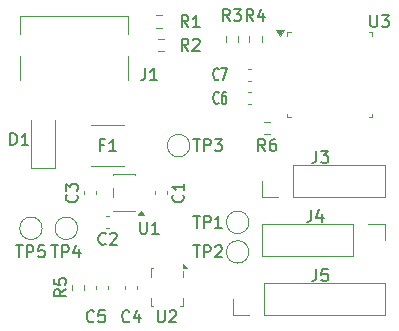
<source format=gbr>
%TF.GenerationSoftware,KiCad,Pcbnew,9.0.7*%
%TF.CreationDate,2026-02-19T23:57:08-05:00*%
%TF.ProjectId,usb_c_sensor_breakout,7573625f-635f-4736-956e-736f725f6272,rev?*%
%TF.SameCoordinates,Original*%
%TF.FileFunction,Legend,Top*%
%TF.FilePolarity,Positive*%
%FSLAX46Y46*%
G04 Gerber Fmt 4.6, Leading zero omitted, Abs format (unit mm)*
G04 Created by KiCad (PCBNEW 9.0.7) date 2026-02-19 23:57:08*
%MOMM*%
%LPD*%
G01*
G04 APERTURE LIST*
%ADD10C,0.150000*%
%ADD11C,0.120000*%
%ADD12C,0.100000*%
G04 APERTURE END LIST*
D10*
X149246666Y-79454819D02*
X149246666Y-80169104D01*
X149246666Y-80169104D02*
X149199047Y-80311961D01*
X149199047Y-80311961D02*
X149103809Y-80407200D01*
X149103809Y-80407200D02*
X148960952Y-80454819D01*
X148960952Y-80454819D02*
X148865714Y-80454819D01*
X150151428Y-79788152D02*
X150151428Y-80454819D01*
X149913333Y-79407200D02*
X149675238Y-80121485D01*
X149675238Y-80121485D02*
X150294285Y-80121485D01*
X131666666Y-73931009D02*
X131333333Y-73931009D01*
X131333333Y-74454819D02*
X131333333Y-73454819D01*
X131333333Y-73454819D02*
X131809523Y-73454819D01*
X132714285Y-74454819D02*
X132142857Y-74454819D01*
X132428571Y-74454819D02*
X132428571Y-73454819D01*
X132428571Y-73454819D02*
X132333333Y-73597676D01*
X132333333Y-73597676D02*
X132238095Y-73692914D01*
X132238095Y-73692914D02*
X132142857Y-73740533D01*
X154238095Y-62954819D02*
X154238095Y-63764342D01*
X154238095Y-63764342D02*
X154285714Y-63859580D01*
X154285714Y-63859580D02*
X154333333Y-63907200D01*
X154333333Y-63907200D02*
X154428571Y-63954819D01*
X154428571Y-63954819D02*
X154619047Y-63954819D01*
X154619047Y-63954819D02*
X154714285Y-63907200D01*
X154714285Y-63907200D02*
X154761904Y-63859580D01*
X154761904Y-63859580D02*
X154809523Y-63764342D01*
X154809523Y-63764342D02*
X154809523Y-62954819D01*
X155190476Y-62954819D02*
X155809523Y-62954819D01*
X155809523Y-62954819D02*
X155476190Y-63335771D01*
X155476190Y-63335771D02*
X155619047Y-63335771D01*
X155619047Y-63335771D02*
X155714285Y-63383390D01*
X155714285Y-63383390D02*
X155761904Y-63431009D01*
X155761904Y-63431009D02*
X155809523Y-63526247D01*
X155809523Y-63526247D02*
X155809523Y-63764342D01*
X155809523Y-63764342D02*
X155761904Y-63859580D01*
X155761904Y-63859580D02*
X155714285Y-63907200D01*
X155714285Y-63907200D02*
X155619047Y-63954819D01*
X155619047Y-63954819D02*
X155333333Y-63954819D01*
X155333333Y-63954819D02*
X155238095Y-63907200D01*
X155238095Y-63907200D02*
X155190476Y-63859580D01*
X139238095Y-79954819D02*
X139809523Y-79954819D01*
X139523809Y-80954819D02*
X139523809Y-79954819D01*
X140142857Y-80954819D02*
X140142857Y-79954819D01*
X140142857Y-79954819D02*
X140523809Y-79954819D01*
X140523809Y-79954819D02*
X140619047Y-80002438D01*
X140619047Y-80002438D02*
X140666666Y-80050057D01*
X140666666Y-80050057D02*
X140714285Y-80145295D01*
X140714285Y-80145295D02*
X140714285Y-80288152D01*
X140714285Y-80288152D02*
X140666666Y-80383390D01*
X140666666Y-80383390D02*
X140619047Y-80431009D01*
X140619047Y-80431009D02*
X140523809Y-80478628D01*
X140523809Y-80478628D02*
X140142857Y-80478628D01*
X141666666Y-80954819D02*
X141095238Y-80954819D01*
X141380952Y-80954819D02*
X141380952Y-79954819D01*
X141380952Y-79954819D02*
X141285714Y-80097676D01*
X141285714Y-80097676D02*
X141190476Y-80192914D01*
X141190476Y-80192914D02*
X141095238Y-80240533D01*
X139238095Y-82456819D02*
X139809523Y-82456819D01*
X139523809Y-83456819D02*
X139523809Y-82456819D01*
X140142857Y-83456819D02*
X140142857Y-82456819D01*
X140142857Y-82456819D02*
X140523809Y-82456819D01*
X140523809Y-82456819D02*
X140619047Y-82504438D01*
X140619047Y-82504438D02*
X140666666Y-82552057D01*
X140666666Y-82552057D02*
X140714285Y-82647295D01*
X140714285Y-82647295D02*
X140714285Y-82790152D01*
X140714285Y-82790152D02*
X140666666Y-82885390D01*
X140666666Y-82885390D02*
X140619047Y-82933009D01*
X140619047Y-82933009D02*
X140523809Y-82980628D01*
X140523809Y-82980628D02*
X140142857Y-82980628D01*
X141095238Y-82552057D02*
X141142857Y-82504438D01*
X141142857Y-82504438D02*
X141238095Y-82456819D01*
X141238095Y-82456819D02*
X141476190Y-82456819D01*
X141476190Y-82456819D02*
X141571428Y-82504438D01*
X141571428Y-82504438D02*
X141619047Y-82552057D01*
X141619047Y-82552057D02*
X141666666Y-82647295D01*
X141666666Y-82647295D02*
X141666666Y-82742533D01*
X141666666Y-82742533D02*
X141619047Y-82885390D01*
X141619047Y-82885390D02*
X141047619Y-83456819D01*
X141047619Y-83456819D02*
X141666666Y-83456819D01*
X136238095Y-87954819D02*
X136238095Y-88764342D01*
X136238095Y-88764342D02*
X136285714Y-88859580D01*
X136285714Y-88859580D02*
X136333333Y-88907200D01*
X136333333Y-88907200D02*
X136428571Y-88954819D01*
X136428571Y-88954819D02*
X136619047Y-88954819D01*
X136619047Y-88954819D02*
X136714285Y-88907200D01*
X136714285Y-88907200D02*
X136761904Y-88859580D01*
X136761904Y-88859580D02*
X136809523Y-88764342D01*
X136809523Y-88764342D02*
X136809523Y-87954819D01*
X137238095Y-88050057D02*
X137285714Y-88002438D01*
X137285714Y-88002438D02*
X137380952Y-87954819D01*
X137380952Y-87954819D02*
X137619047Y-87954819D01*
X137619047Y-87954819D02*
X137714285Y-88002438D01*
X137714285Y-88002438D02*
X137761904Y-88050057D01*
X137761904Y-88050057D02*
X137809523Y-88145295D01*
X137809523Y-88145295D02*
X137809523Y-88240533D01*
X137809523Y-88240533D02*
X137761904Y-88383390D01*
X137761904Y-88383390D02*
X137190476Y-88954819D01*
X137190476Y-88954819D02*
X137809523Y-88954819D01*
X138833333Y-65954819D02*
X138500000Y-65478628D01*
X138261905Y-65954819D02*
X138261905Y-64954819D01*
X138261905Y-64954819D02*
X138642857Y-64954819D01*
X138642857Y-64954819D02*
X138738095Y-65002438D01*
X138738095Y-65002438D02*
X138785714Y-65050057D01*
X138785714Y-65050057D02*
X138833333Y-65145295D01*
X138833333Y-65145295D02*
X138833333Y-65288152D01*
X138833333Y-65288152D02*
X138785714Y-65383390D01*
X138785714Y-65383390D02*
X138738095Y-65431009D01*
X138738095Y-65431009D02*
X138642857Y-65478628D01*
X138642857Y-65478628D02*
X138261905Y-65478628D01*
X139214286Y-65050057D02*
X139261905Y-65002438D01*
X139261905Y-65002438D02*
X139357143Y-64954819D01*
X139357143Y-64954819D02*
X139595238Y-64954819D01*
X139595238Y-64954819D02*
X139690476Y-65002438D01*
X139690476Y-65002438D02*
X139738095Y-65050057D01*
X139738095Y-65050057D02*
X139785714Y-65145295D01*
X139785714Y-65145295D02*
X139785714Y-65240533D01*
X139785714Y-65240533D02*
X139738095Y-65383390D01*
X139738095Y-65383390D02*
X139166667Y-65954819D01*
X139166667Y-65954819D02*
X139785714Y-65954819D01*
X142333333Y-63454819D02*
X142000000Y-62978628D01*
X141761905Y-63454819D02*
X141761905Y-62454819D01*
X141761905Y-62454819D02*
X142142857Y-62454819D01*
X142142857Y-62454819D02*
X142238095Y-62502438D01*
X142238095Y-62502438D02*
X142285714Y-62550057D01*
X142285714Y-62550057D02*
X142333333Y-62645295D01*
X142333333Y-62645295D02*
X142333333Y-62788152D01*
X142333333Y-62788152D02*
X142285714Y-62883390D01*
X142285714Y-62883390D02*
X142238095Y-62931009D01*
X142238095Y-62931009D02*
X142142857Y-62978628D01*
X142142857Y-62978628D02*
X141761905Y-62978628D01*
X142666667Y-62454819D02*
X143285714Y-62454819D01*
X143285714Y-62454819D02*
X142952381Y-62835771D01*
X142952381Y-62835771D02*
X143095238Y-62835771D01*
X143095238Y-62835771D02*
X143190476Y-62883390D01*
X143190476Y-62883390D02*
X143238095Y-62931009D01*
X143238095Y-62931009D02*
X143285714Y-63026247D01*
X143285714Y-63026247D02*
X143285714Y-63264342D01*
X143285714Y-63264342D02*
X143238095Y-63359580D01*
X143238095Y-63359580D02*
X143190476Y-63407200D01*
X143190476Y-63407200D02*
X143095238Y-63454819D01*
X143095238Y-63454819D02*
X142809524Y-63454819D01*
X142809524Y-63454819D02*
X142714286Y-63407200D01*
X142714286Y-63407200D02*
X142666667Y-63359580D01*
X144333333Y-63454819D02*
X144000000Y-62978628D01*
X143761905Y-63454819D02*
X143761905Y-62454819D01*
X143761905Y-62454819D02*
X144142857Y-62454819D01*
X144142857Y-62454819D02*
X144238095Y-62502438D01*
X144238095Y-62502438D02*
X144285714Y-62550057D01*
X144285714Y-62550057D02*
X144333333Y-62645295D01*
X144333333Y-62645295D02*
X144333333Y-62788152D01*
X144333333Y-62788152D02*
X144285714Y-62883390D01*
X144285714Y-62883390D02*
X144238095Y-62931009D01*
X144238095Y-62931009D02*
X144142857Y-62978628D01*
X144142857Y-62978628D02*
X143761905Y-62978628D01*
X145190476Y-62788152D02*
X145190476Y-63454819D01*
X144952381Y-62407200D02*
X144714286Y-63121485D01*
X144714286Y-63121485D02*
X145333333Y-63121485D01*
X149666666Y-74454819D02*
X149666666Y-75169104D01*
X149666666Y-75169104D02*
X149619047Y-75311961D01*
X149619047Y-75311961D02*
X149523809Y-75407200D01*
X149523809Y-75407200D02*
X149380952Y-75454819D01*
X149380952Y-75454819D02*
X149285714Y-75454819D01*
X150047619Y-74454819D02*
X150666666Y-74454819D01*
X150666666Y-74454819D02*
X150333333Y-74835771D01*
X150333333Y-74835771D02*
X150476190Y-74835771D01*
X150476190Y-74835771D02*
X150571428Y-74883390D01*
X150571428Y-74883390D02*
X150619047Y-74931009D01*
X150619047Y-74931009D02*
X150666666Y-75026247D01*
X150666666Y-75026247D02*
X150666666Y-75264342D01*
X150666666Y-75264342D02*
X150619047Y-75359580D01*
X150619047Y-75359580D02*
X150571428Y-75407200D01*
X150571428Y-75407200D02*
X150476190Y-75454819D01*
X150476190Y-75454819D02*
X150190476Y-75454819D01*
X150190476Y-75454819D02*
X150095238Y-75407200D01*
X150095238Y-75407200D02*
X150047619Y-75359580D01*
X145333333Y-74454819D02*
X145000000Y-73978628D01*
X144761905Y-74454819D02*
X144761905Y-73454819D01*
X144761905Y-73454819D02*
X145142857Y-73454819D01*
X145142857Y-73454819D02*
X145238095Y-73502438D01*
X145238095Y-73502438D02*
X145285714Y-73550057D01*
X145285714Y-73550057D02*
X145333333Y-73645295D01*
X145333333Y-73645295D02*
X145333333Y-73788152D01*
X145333333Y-73788152D02*
X145285714Y-73883390D01*
X145285714Y-73883390D02*
X145238095Y-73931009D01*
X145238095Y-73931009D02*
X145142857Y-73978628D01*
X145142857Y-73978628D02*
X144761905Y-73978628D01*
X146190476Y-73454819D02*
X146000000Y-73454819D01*
X146000000Y-73454819D02*
X145904762Y-73502438D01*
X145904762Y-73502438D02*
X145857143Y-73550057D01*
X145857143Y-73550057D02*
X145761905Y-73692914D01*
X145761905Y-73692914D02*
X145714286Y-73883390D01*
X145714286Y-73883390D02*
X145714286Y-74264342D01*
X145714286Y-74264342D02*
X145761905Y-74359580D01*
X145761905Y-74359580D02*
X145809524Y-74407200D01*
X145809524Y-74407200D02*
X145904762Y-74454819D01*
X145904762Y-74454819D02*
X146095238Y-74454819D01*
X146095238Y-74454819D02*
X146190476Y-74407200D01*
X146190476Y-74407200D02*
X146238095Y-74359580D01*
X146238095Y-74359580D02*
X146285714Y-74264342D01*
X146285714Y-74264342D02*
X146285714Y-74026247D01*
X146285714Y-74026247D02*
X146238095Y-73931009D01*
X146238095Y-73931009D02*
X146190476Y-73883390D01*
X146190476Y-73883390D02*
X146095238Y-73835771D01*
X146095238Y-73835771D02*
X145904762Y-73835771D01*
X145904762Y-73835771D02*
X145809524Y-73883390D01*
X145809524Y-73883390D02*
X145761905Y-73931009D01*
X145761905Y-73931009D02*
X145714286Y-74026247D01*
X124238095Y-82456819D02*
X124809523Y-82456819D01*
X124523809Y-83456819D02*
X124523809Y-82456819D01*
X125142857Y-83456819D02*
X125142857Y-82456819D01*
X125142857Y-82456819D02*
X125523809Y-82456819D01*
X125523809Y-82456819D02*
X125619047Y-82504438D01*
X125619047Y-82504438D02*
X125666666Y-82552057D01*
X125666666Y-82552057D02*
X125714285Y-82647295D01*
X125714285Y-82647295D02*
X125714285Y-82790152D01*
X125714285Y-82790152D02*
X125666666Y-82885390D01*
X125666666Y-82885390D02*
X125619047Y-82933009D01*
X125619047Y-82933009D02*
X125523809Y-82980628D01*
X125523809Y-82980628D02*
X125142857Y-82980628D01*
X126619047Y-82456819D02*
X126142857Y-82456819D01*
X126142857Y-82456819D02*
X126095238Y-82933009D01*
X126095238Y-82933009D02*
X126142857Y-82885390D01*
X126142857Y-82885390D02*
X126238095Y-82837771D01*
X126238095Y-82837771D02*
X126476190Y-82837771D01*
X126476190Y-82837771D02*
X126571428Y-82885390D01*
X126571428Y-82885390D02*
X126619047Y-82933009D01*
X126619047Y-82933009D02*
X126666666Y-83028247D01*
X126666666Y-83028247D02*
X126666666Y-83266342D01*
X126666666Y-83266342D02*
X126619047Y-83361580D01*
X126619047Y-83361580D02*
X126571428Y-83409200D01*
X126571428Y-83409200D02*
X126476190Y-83456819D01*
X126476190Y-83456819D02*
X126238095Y-83456819D01*
X126238095Y-83456819D02*
X126142857Y-83409200D01*
X126142857Y-83409200D02*
X126095238Y-83361580D01*
X138833333Y-63954819D02*
X138500000Y-63478628D01*
X138261905Y-63954819D02*
X138261905Y-62954819D01*
X138261905Y-62954819D02*
X138642857Y-62954819D01*
X138642857Y-62954819D02*
X138738095Y-63002438D01*
X138738095Y-63002438D02*
X138785714Y-63050057D01*
X138785714Y-63050057D02*
X138833333Y-63145295D01*
X138833333Y-63145295D02*
X138833333Y-63288152D01*
X138833333Y-63288152D02*
X138785714Y-63383390D01*
X138785714Y-63383390D02*
X138738095Y-63431009D01*
X138738095Y-63431009D02*
X138642857Y-63478628D01*
X138642857Y-63478628D02*
X138261905Y-63478628D01*
X139785714Y-63954819D02*
X139214286Y-63954819D01*
X139500000Y-63954819D02*
X139500000Y-62954819D01*
X139500000Y-62954819D02*
X139404762Y-63097676D01*
X139404762Y-63097676D02*
X139309524Y-63192914D01*
X139309524Y-63192914D02*
X139214286Y-63240533D01*
X130833333Y-88859580D02*
X130785714Y-88907200D01*
X130785714Y-88907200D02*
X130642857Y-88954819D01*
X130642857Y-88954819D02*
X130547619Y-88954819D01*
X130547619Y-88954819D02*
X130404762Y-88907200D01*
X130404762Y-88907200D02*
X130309524Y-88811961D01*
X130309524Y-88811961D02*
X130261905Y-88716723D01*
X130261905Y-88716723D02*
X130214286Y-88526247D01*
X130214286Y-88526247D02*
X130214286Y-88383390D01*
X130214286Y-88383390D02*
X130261905Y-88192914D01*
X130261905Y-88192914D02*
X130309524Y-88097676D01*
X130309524Y-88097676D02*
X130404762Y-88002438D01*
X130404762Y-88002438D02*
X130547619Y-87954819D01*
X130547619Y-87954819D02*
X130642857Y-87954819D01*
X130642857Y-87954819D02*
X130785714Y-88002438D01*
X130785714Y-88002438D02*
X130833333Y-88050057D01*
X131738095Y-87954819D02*
X131261905Y-87954819D01*
X131261905Y-87954819D02*
X131214286Y-88431009D01*
X131214286Y-88431009D02*
X131261905Y-88383390D01*
X131261905Y-88383390D02*
X131357143Y-88335771D01*
X131357143Y-88335771D02*
X131595238Y-88335771D01*
X131595238Y-88335771D02*
X131690476Y-88383390D01*
X131690476Y-88383390D02*
X131738095Y-88431009D01*
X131738095Y-88431009D02*
X131785714Y-88526247D01*
X131785714Y-88526247D02*
X131785714Y-88764342D01*
X131785714Y-88764342D02*
X131738095Y-88859580D01*
X131738095Y-88859580D02*
X131690476Y-88907200D01*
X131690476Y-88907200D02*
X131595238Y-88954819D01*
X131595238Y-88954819D02*
X131357143Y-88954819D01*
X131357143Y-88954819D02*
X131261905Y-88907200D01*
X131261905Y-88907200D02*
X131214286Y-88859580D01*
X131833333Y-82289580D02*
X131785714Y-82337200D01*
X131785714Y-82337200D02*
X131642857Y-82384819D01*
X131642857Y-82384819D02*
X131547619Y-82384819D01*
X131547619Y-82384819D02*
X131404762Y-82337200D01*
X131404762Y-82337200D02*
X131309524Y-82241961D01*
X131309524Y-82241961D02*
X131261905Y-82146723D01*
X131261905Y-82146723D02*
X131214286Y-81956247D01*
X131214286Y-81956247D02*
X131214286Y-81813390D01*
X131214286Y-81813390D02*
X131261905Y-81622914D01*
X131261905Y-81622914D02*
X131309524Y-81527676D01*
X131309524Y-81527676D02*
X131404762Y-81432438D01*
X131404762Y-81432438D02*
X131547619Y-81384819D01*
X131547619Y-81384819D02*
X131642857Y-81384819D01*
X131642857Y-81384819D02*
X131785714Y-81432438D01*
X131785714Y-81432438D02*
X131833333Y-81480057D01*
X132214286Y-81480057D02*
X132261905Y-81432438D01*
X132261905Y-81432438D02*
X132357143Y-81384819D01*
X132357143Y-81384819D02*
X132595238Y-81384819D01*
X132595238Y-81384819D02*
X132690476Y-81432438D01*
X132690476Y-81432438D02*
X132738095Y-81480057D01*
X132738095Y-81480057D02*
X132785714Y-81575295D01*
X132785714Y-81575295D02*
X132785714Y-81670533D01*
X132785714Y-81670533D02*
X132738095Y-81813390D01*
X132738095Y-81813390D02*
X132166667Y-82384819D01*
X132166667Y-82384819D02*
X132785714Y-82384819D01*
X133833333Y-88859580D02*
X133785714Y-88907200D01*
X133785714Y-88907200D02*
X133642857Y-88954819D01*
X133642857Y-88954819D02*
X133547619Y-88954819D01*
X133547619Y-88954819D02*
X133404762Y-88907200D01*
X133404762Y-88907200D02*
X133309524Y-88811961D01*
X133309524Y-88811961D02*
X133261905Y-88716723D01*
X133261905Y-88716723D02*
X133214286Y-88526247D01*
X133214286Y-88526247D02*
X133214286Y-88383390D01*
X133214286Y-88383390D02*
X133261905Y-88192914D01*
X133261905Y-88192914D02*
X133309524Y-88097676D01*
X133309524Y-88097676D02*
X133404762Y-88002438D01*
X133404762Y-88002438D02*
X133547619Y-87954819D01*
X133547619Y-87954819D02*
X133642857Y-87954819D01*
X133642857Y-87954819D02*
X133785714Y-88002438D01*
X133785714Y-88002438D02*
X133833333Y-88050057D01*
X134690476Y-88288152D02*
X134690476Y-88954819D01*
X134452381Y-87907200D02*
X134214286Y-88621485D01*
X134214286Y-88621485D02*
X134833333Y-88621485D01*
X134738095Y-80454819D02*
X134738095Y-81264342D01*
X134738095Y-81264342D02*
X134785714Y-81359580D01*
X134785714Y-81359580D02*
X134833333Y-81407200D01*
X134833333Y-81407200D02*
X134928571Y-81454819D01*
X134928571Y-81454819D02*
X135119047Y-81454819D01*
X135119047Y-81454819D02*
X135214285Y-81407200D01*
X135214285Y-81407200D02*
X135261904Y-81359580D01*
X135261904Y-81359580D02*
X135309523Y-81264342D01*
X135309523Y-81264342D02*
X135309523Y-80454819D01*
X136309523Y-81454819D02*
X135738095Y-81454819D01*
X136023809Y-81454819D02*
X136023809Y-80454819D01*
X136023809Y-80454819D02*
X135928571Y-80597676D01*
X135928571Y-80597676D02*
X135833333Y-80692914D01*
X135833333Y-80692914D02*
X135738095Y-80740533D01*
X128454819Y-86166666D02*
X127978628Y-86499999D01*
X128454819Y-86738094D02*
X127454819Y-86738094D01*
X127454819Y-86738094D02*
X127454819Y-86357142D01*
X127454819Y-86357142D02*
X127502438Y-86261904D01*
X127502438Y-86261904D02*
X127550057Y-86214285D01*
X127550057Y-86214285D02*
X127645295Y-86166666D01*
X127645295Y-86166666D02*
X127788152Y-86166666D01*
X127788152Y-86166666D02*
X127883390Y-86214285D01*
X127883390Y-86214285D02*
X127931009Y-86261904D01*
X127931009Y-86261904D02*
X127978628Y-86357142D01*
X127978628Y-86357142D02*
X127978628Y-86738094D01*
X127454819Y-85261904D02*
X127454819Y-85738094D01*
X127454819Y-85738094D02*
X127931009Y-85785713D01*
X127931009Y-85785713D02*
X127883390Y-85738094D01*
X127883390Y-85738094D02*
X127835771Y-85642856D01*
X127835771Y-85642856D02*
X127835771Y-85404761D01*
X127835771Y-85404761D02*
X127883390Y-85309523D01*
X127883390Y-85309523D02*
X127931009Y-85261904D01*
X127931009Y-85261904D02*
X128026247Y-85214285D01*
X128026247Y-85214285D02*
X128264342Y-85214285D01*
X128264342Y-85214285D02*
X128359580Y-85261904D01*
X128359580Y-85261904D02*
X128407200Y-85309523D01*
X128407200Y-85309523D02*
X128454819Y-85404761D01*
X128454819Y-85404761D02*
X128454819Y-85642856D01*
X128454819Y-85642856D02*
X128407200Y-85738094D01*
X128407200Y-85738094D02*
X128359580Y-85785713D01*
X123761905Y-73954819D02*
X123761905Y-72954819D01*
X123761905Y-72954819D02*
X124000000Y-72954819D01*
X124000000Y-72954819D02*
X124142857Y-73002438D01*
X124142857Y-73002438D02*
X124238095Y-73097676D01*
X124238095Y-73097676D02*
X124285714Y-73192914D01*
X124285714Y-73192914D02*
X124333333Y-73383390D01*
X124333333Y-73383390D02*
X124333333Y-73526247D01*
X124333333Y-73526247D02*
X124285714Y-73716723D01*
X124285714Y-73716723D02*
X124238095Y-73811961D01*
X124238095Y-73811961D02*
X124142857Y-73907200D01*
X124142857Y-73907200D02*
X124000000Y-73954819D01*
X124000000Y-73954819D02*
X123761905Y-73954819D01*
X125285714Y-73954819D02*
X124714286Y-73954819D01*
X125000000Y-73954819D02*
X125000000Y-72954819D01*
X125000000Y-72954819D02*
X124904762Y-73097676D01*
X124904762Y-73097676D02*
X124809524Y-73192914D01*
X124809524Y-73192914D02*
X124714286Y-73240533D01*
X138359580Y-78166666D02*
X138407200Y-78214285D01*
X138407200Y-78214285D02*
X138454819Y-78357142D01*
X138454819Y-78357142D02*
X138454819Y-78452380D01*
X138454819Y-78452380D02*
X138407200Y-78595237D01*
X138407200Y-78595237D02*
X138311961Y-78690475D01*
X138311961Y-78690475D02*
X138216723Y-78738094D01*
X138216723Y-78738094D02*
X138026247Y-78785713D01*
X138026247Y-78785713D02*
X137883390Y-78785713D01*
X137883390Y-78785713D02*
X137692914Y-78738094D01*
X137692914Y-78738094D02*
X137597676Y-78690475D01*
X137597676Y-78690475D02*
X137502438Y-78595237D01*
X137502438Y-78595237D02*
X137454819Y-78452380D01*
X137454819Y-78452380D02*
X137454819Y-78357142D01*
X137454819Y-78357142D02*
X137502438Y-78214285D01*
X137502438Y-78214285D02*
X137550057Y-78166666D01*
X138454819Y-77214285D02*
X138454819Y-77785713D01*
X138454819Y-77499999D02*
X137454819Y-77499999D01*
X137454819Y-77499999D02*
X137597676Y-77595237D01*
X137597676Y-77595237D02*
X137692914Y-77690475D01*
X137692914Y-77690475D02*
X137740533Y-77785713D01*
X149666666Y-84454819D02*
X149666666Y-85169104D01*
X149666666Y-85169104D02*
X149619047Y-85311961D01*
X149619047Y-85311961D02*
X149523809Y-85407200D01*
X149523809Y-85407200D02*
X149380952Y-85454819D01*
X149380952Y-85454819D02*
X149285714Y-85454819D01*
X150619047Y-84454819D02*
X150142857Y-84454819D01*
X150142857Y-84454819D02*
X150095238Y-84931009D01*
X150095238Y-84931009D02*
X150142857Y-84883390D01*
X150142857Y-84883390D02*
X150238095Y-84835771D01*
X150238095Y-84835771D02*
X150476190Y-84835771D01*
X150476190Y-84835771D02*
X150571428Y-84883390D01*
X150571428Y-84883390D02*
X150619047Y-84931009D01*
X150619047Y-84931009D02*
X150666666Y-85026247D01*
X150666666Y-85026247D02*
X150666666Y-85264342D01*
X150666666Y-85264342D02*
X150619047Y-85359580D01*
X150619047Y-85359580D02*
X150571428Y-85407200D01*
X150571428Y-85407200D02*
X150476190Y-85454819D01*
X150476190Y-85454819D02*
X150238095Y-85454819D01*
X150238095Y-85454819D02*
X150142857Y-85407200D01*
X150142857Y-85407200D02*
X150095238Y-85359580D01*
X141383333Y-70359580D02*
X141350000Y-70407200D01*
X141350000Y-70407200D02*
X141250000Y-70454819D01*
X141250000Y-70454819D02*
X141183333Y-70454819D01*
X141183333Y-70454819D02*
X141083333Y-70407200D01*
X141083333Y-70407200D02*
X141016667Y-70311961D01*
X141016667Y-70311961D02*
X140983333Y-70216723D01*
X140983333Y-70216723D02*
X140950000Y-70026247D01*
X140950000Y-70026247D02*
X140950000Y-69883390D01*
X140950000Y-69883390D02*
X140983333Y-69692914D01*
X140983333Y-69692914D02*
X141016667Y-69597676D01*
X141016667Y-69597676D02*
X141083333Y-69502438D01*
X141083333Y-69502438D02*
X141183333Y-69454819D01*
X141183333Y-69454819D02*
X141250000Y-69454819D01*
X141250000Y-69454819D02*
X141350000Y-69502438D01*
X141350000Y-69502438D02*
X141383333Y-69550057D01*
X141983333Y-69454819D02*
X141850000Y-69454819D01*
X141850000Y-69454819D02*
X141783333Y-69502438D01*
X141783333Y-69502438D02*
X141750000Y-69550057D01*
X141750000Y-69550057D02*
X141683333Y-69692914D01*
X141683333Y-69692914D02*
X141650000Y-69883390D01*
X141650000Y-69883390D02*
X141650000Y-70264342D01*
X141650000Y-70264342D02*
X141683333Y-70359580D01*
X141683333Y-70359580D02*
X141716667Y-70407200D01*
X141716667Y-70407200D02*
X141783333Y-70454819D01*
X141783333Y-70454819D02*
X141916667Y-70454819D01*
X141916667Y-70454819D02*
X141983333Y-70407200D01*
X141983333Y-70407200D02*
X142016667Y-70359580D01*
X142016667Y-70359580D02*
X142050000Y-70264342D01*
X142050000Y-70264342D02*
X142050000Y-70026247D01*
X142050000Y-70026247D02*
X142016667Y-69931009D01*
X142016667Y-69931009D02*
X141983333Y-69883390D01*
X141983333Y-69883390D02*
X141916667Y-69835771D01*
X141916667Y-69835771D02*
X141783333Y-69835771D01*
X141783333Y-69835771D02*
X141716667Y-69883390D01*
X141716667Y-69883390D02*
X141683333Y-69931009D01*
X141683333Y-69931009D02*
X141650000Y-70026247D01*
X129359580Y-78166666D02*
X129407200Y-78214285D01*
X129407200Y-78214285D02*
X129454819Y-78357142D01*
X129454819Y-78357142D02*
X129454819Y-78452380D01*
X129454819Y-78452380D02*
X129407200Y-78595237D01*
X129407200Y-78595237D02*
X129311961Y-78690475D01*
X129311961Y-78690475D02*
X129216723Y-78738094D01*
X129216723Y-78738094D02*
X129026247Y-78785713D01*
X129026247Y-78785713D02*
X128883390Y-78785713D01*
X128883390Y-78785713D02*
X128692914Y-78738094D01*
X128692914Y-78738094D02*
X128597676Y-78690475D01*
X128597676Y-78690475D02*
X128502438Y-78595237D01*
X128502438Y-78595237D02*
X128454819Y-78452380D01*
X128454819Y-78452380D02*
X128454819Y-78357142D01*
X128454819Y-78357142D02*
X128502438Y-78214285D01*
X128502438Y-78214285D02*
X128550057Y-78166666D01*
X128454819Y-77833332D02*
X128454819Y-77214285D01*
X128454819Y-77214285D02*
X128835771Y-77547618D01*
X128835771Y-77547618D02*
X128835771Y-77404761D01*
X128835771Y-77404761D02*
X128883390Y-77309523D01*
X128883390Y-77309523D02*
X128931009Y-77261904D01*
X128931009Y-77261904D02*
X129026247Y-77214285D01*
X129026247Y-77214285D02*
X129264342Y-77214285D01*
X129264342Y-77214285D02*
X129359580Y-77261904D01*
X129359580Y-77261904D02*
X129407200Y-77309523D01*
X129407200Y-77309523D02*
X129454819Y-77404761D01*
X129454819Y-77404761D02*
X129454819Y-77690475D01*
X129454819Y-77690475D02*
X129407200Y-77785713D01*
X129407200Y-77785713D02*
X129359580Y-77833332D01*
X139238095Y-73454819D02*
X139809523Y-73454819D01*
X139523809Y-74454819D02*
X139523809Y-73454819D01*
X140142857Y-74454819D02*
X140142857Y-73454819D01*
X140142857Y-73454819D02*
X140523809Y-73454819D01*
X140523809Y-73454819D02*
X140619047Y-73502438D01*
X140619047Y-73502438D02*
X140666666Y-73550057D01*
X140666666Y-73550057D02*
X140714285Y-73645295D01*
X140714285Y-73645295D02*
X140714285Y-73788152D01*
X140714285Y-73788152D02*
X140666666Y-73883390D01*
X140666666Y-73883390D02*
X140619047Y-73931009D01*
X140619047Y-73931009D02*
X140523809Y-73978628D01*
X140523809Y-73978628D02*
X140142857Y-73978628D01*
X141047619Y-73454819D02*
X141666666Y-73454819D01*
X141666666Y-73454819D02*
X141333333Y-73835771D01*
X141333333Y-73835771D02*
X141476190Y-73835771D01*
X141476190Y-73835771D02*
X141571428Y-73883390D01*
X141571428Y-73883390D02*
X141619047Y-73931009D01*
X141619047Y-73931009D02*
X141666666Y-74026247D01*
X141666666Y-74026247D02*
X141666666Y-74264342D01*
X141666666Y-74264342D02*
X141619047Y-74359580D01*
X141619047Y-74359580D02*
X141571428Y-74407200D01*
X141571428Y-74407200D02*
X141476190Y-74454819D01*
X141476190Y-74454819D02*
X141190476Y-74454819D01*
X141190476Y-74454819D02*
X141095238Y-74407200D01*
X141095238Y-74407200D02*
X141047619Y-74359580D01*
X127238095Y-82456819D02*
X127809523Y-82456819D01*
X127523809Y-83456819D02*
X127523809Y-82456819D01*
X128142857Y-83456819D02*
X128142857Y-82456819D01*
X128142857Y-82456819D02*
X128523809Y-82456819D01*
X128523809Y-82456819D02*
X128619047Y-82504438D01*
X128619047Y-82504438D02*
X128666666Y-82552057D01*
X128666666Y-82552057D02*
X128714285Y-82647295D01*
X128714285Y-82647295D02*
X128714285Y-82790152D01*
X128714285Y-82790152D02*
X128666666Y-82885390D01*
X128666666Y-82885390D02*
X128619047Y-82933009D01*
X128619047Y-82933009D02*
X128523809Y-82980628D01*
X128523809Y-82980628D02*
X128142857Y-82980628D01*
X129571428Y-82790152D02*
X129571428Y-83456819D01*
X129333333Y-82409200D02*
X129095238Y-83123485D01*
X129095238Y-83123485D02*
X129714285Y-83123485D01*
X141383333Y-68359580D02*
X141350000Y-68407200D01*
X141350000Y-68407200D02*
X141250000Y-68454819D01*
X141250000Y-68454819D02*
X141183333Y-68454819D01*
X141183333Y-68454819D02*
X141083333Y-68407200D01*
X141083333Y-68407200D02*
X141016667Y-68311961D01*
X141016667Y-68311961D02*
X140983333Y-68216723D01*
X140983333Y-68216723D02*
X140950000Y-68026247D01*
X140950000Y-68026247D02*
X140950000Y-67883390D01*
X140950000Y-67883390D02*
X140983333Y-67692914D01*
X140983333Y-67692914D02*
X141016667Y-67597676D01*
X141016667Y-67597676D02*
X141083333Y-67502438D01*
X141083333Y-67502438D02*
X141183333Y-67454819D01*
X141183333Y-67454819D02*
X141250000Y-67454819D01*
X141250000Y-67454819D02*
X141350000Y-67502438D01*
X141350000Y-67502438D02*
X141383333Y-67550057D01*
X141616667Y-67454819D02*
X142083333Y-67454819D01*
X142083333Y-67454819D02*
X141783333Y-68454819D01*
X135166666Y-67454819D02*
X135166666Y-68169104D01*
X135166666Y-68169104D02*
X135119047Y-68311961D01*
X135119047Y-68311961D02*
X135023809Y-68407200D01*
X135023809Y-68407200D02*
X134880952Y-68454819D01*
X134880952Y-68454819D02*
X134785714Y-68454819D01*
X136166666Y-68454819D02*
X135595238Y-68454819D01*
X135880952Y-68454819D02*
X135880952Y-67454819D01*
X135880952Y-67454819D02*
X135785714Y-67597676D01*
X135785714Y-67597676D02*
X135690476Y-67692914D01*
X135690476Y-67692914D02*
X135595238Y-67740533D01*
D11*
%TO.C,J4*%
X155460000Y-80620000D02*
X155460000Y-82000000D01*
X154080000Y-80620000D02*
X155460000Y-80620000D01*
X152810000Y-80620000D02*
X145080000Y-80620000D01*
X152810000Y-80620000D02*
X152810000Y-83380000D01*
X145080000Y-80620000D02*
X145080000Y-83380000D01*
X152810000Y-83380000D02*
X145080000Y-83380000D01*
%TO.C,F1*%
X130613748Y-75710000D02*
X133386252Y-75710000D01*
X130613748Y-72290000D02*
X133386252Y-72290000D01*
%TO.C,U3*%
X146550000Y-64680000D02*
X146210000Y-64210000D01*
X146890000Y-64210000D01*
X146550000Y-64680000D01*
G36*
X146550000Y-64680000D02*
G01*
X146210000Y-64210000D01*
X146890000Y-64210000D01*
X146550000Y-64680000D01*
G37*
X154410000Y-71610000D02*
X154110000Y-71610000D01*
X154410000Y-71310000D02*
X154410000Y-71610000D01*
X154410000Y-64390000D02*
X154410000Y-64690000D01*
X154110000Y-64390000D02*
X154410000Y-64390000D01*
X147490000Y-71610000D02*
X147190000Y-71610000D01*
X147190000Y-71610000D02*
X147190000Y-71310000D01*
X147190000Y-64690000D02*
X147190000Y-64390000D01*
X147190000Y-64390000D02*
X147490000Y-64390000D01*
%TO.C,TP1*%
X143950000Y-80500000D02*
G75*
G02*
X142050000Y-80500000I-950000J0D01*
G01*
X142050000Y-80500000D02*
G75*
G02*
X143950000Y-80500000I950000J0D01*
G01*
%TO.C,TP2*%
X143950000Y-83000000D02*
G75*
G02*
X142050000Y-83000000I-950000J0D01*
G01*
X142050000Y-83000000D02*
G75*
G02*
X143950000Y-83000000I950000J0D01*
G01*
D12*
%TO.C,U2*%
X138710000Y-84400000D02*
X138350000Y-84400000D01*
X138350000Y-84040000D01*
X138710000Y-84400000D01*
G36*
X138710000Y-84400000D02*
G01*
X138350000Y-84400000D01*
X138350000Y-84040000D01*
X138710000Y-84400000D01*
G37*
X135650000Y-87600000D02*
X135650000Y-86880000D01*
X135870000Y-87600000D02*
X135650000Y-87600000D01*
X138350000Y-87600000D02*
X138130000Y-87600000D01*
X138350000Y-86880000D02*
X138350000Y-87600000D01*
X138350000Y-84600000D02*
X138350000Y-85120000D01*
X135650000Y-84400000D02*
X135650000Y-85120000D01*
X135650000Y-84400000D02*
X135870000Y-84400000D01*
D11*
%TO.C,R2*%
X136262742Y-66022500D02*
X136737258Y-66022500D01*
X136262742Y-64977500D02*
X136737258Y-64977500D01*
%TO.C,R3*%
X143022500Y-64762742D02*
X143022500Y-65237258D01*
X141977500Y-64762742D02*
X141977500Y-65237258D01*
%TO.C,R4*%
X143977500Y-65237258D02*
X143977500Y-64762742D01*
X145022500Y-65237258D02*
X145022500Y-64762742D01*
%TO.C,J3*%
X145080000Y-78380000D02*
X145080000Y-77000000D01*
X146460000Y-78380000D02*
X145080000Y-78380000D01*
X147730000Y-78380000D02*
X155460000Y-78380000D01*
X147730000Y-78380000D02*
X147730000Y-75620000D01*
X155460000Y-78380000D02*
X155460000Y-75620000D01*
X147730000Y-75620000D02*
X155460000Y-75620000D01*
%TO.C,R6*%
X145262742Y-71977500D02*
X145737258Y-71977500D01*
X145262742Y-73022500D02*
X145737258Y-73022500D01*
%TO.C,TP5*%
X126450000Y-81000000D02*
G75*
G02*
X124550000Y-81000000I-950000J0D01*
G01*
X124550000Y-81000000D02*
G75*
G02*
X126450000Y-81000000I950000J0D01*
G01*
%TO.C,R1*%
X136087742Y-62977500D02*
X136562258Y-62977500D01*
X136087742Y-64022500D02*
X136562258Y-64022500D01*
%TO.C,C5*%
X130990000Y-86140580D02*
X130990000Y-85859420D01*
X132010000Y-86140580D02*
X132010000Y-85859420D01*
%TO.C,C2*%
X132140580Y-81010000D02*
X131859420Y-81010000D01*
X132140580Y-79990000D02*
X131859420Y-79990000D01*
%TO.C,C4*%
X134510000Y-85859420D02*
X134510000Y-86140580D01*
X133490000Y-85859420D02*
X133490000Y-86140580D01*
%TO.C,U1*%
X134272500Y-79560000D02*
X132452500Y-79560000D01*
X134272500Y-79510000D02*
X134272500Y-79560000D01*
X134272500Y-76440000D02*
X134272500Y-76490000D01*
X132452500Y-79560000D02*
X132452500Y-79510000D01*
X132452500Y-78390000D02*
X132452500Y-77610000D01*
X132452500Y-76490000D02*
X132452500Y-76440000D01*
X132452500Y-76440000D02*
X134272500Y-76440000D01*
X135052500Y-79840000D02*
X134572500Y-79840000D01*
X134812500Y-79510000D01*
X135052500Y-79840000D01*
G36*
X135052500Y-79840000D02*
G01*
X134572500Y-79840000D01*
X134812500Y-79510000D01*
X135052500Y-79840000D01*
G37*
%TO.C,R5*%
X130022500Y-85762742D02*
X130022500Y-86237258D01*
X128977500Y-85762742D02*
X128977500Y-86237258D01*
%TO.C,D1*%
X127500000Y-75860000D02*
X127500000Y-71850000D01*
X125500000Y-75860000D02*
X125500000Y-71850000D01*
X125500000Y-75860000D02*
X127500000Y-75860000D01*
%TO.C,C1*%
X135990000Y-78140580D02*
X135990000Y-77859420D01*
X137010000Y-78140580D02*
X137010000Y-77859420D01*
%TO.C,J5*%
X142580000Y-88380000D02*
X142580000Y-87000000D01*
X143960000Y-88380000D02*
X142580000Y-88380000D01*
X145230000Y-88380000D02*
X155500000Y-88380000D01*
X145230000Y-88380000D02*
X145230000Y-85620000D01*
X155500000Y-88380000D02*
X155500000Y-85620000D01*
X145230000Y-85620000D02*
X155500000Y-85620000D01*
%TO.C,C6*%
X143859420Y-69490000D02*
X144140580Y-69490000D01*
X143859420Y-70510000D02*
X144140580Y-70510000D01*
%TO.C,C3*%
X129990000Y-78140580D02*
X129990000Y-77859420D01*
X131010000Y-78140580D02*
X131010000Y-77859420D01*
%TO.C,TP3*%
X138950000Y-74000000D02*
G75*
G02*
X137050000Y-74000000I-950000J0D01*
G01*
X137050000Y-74000000D02*
G75*
G02*
X138950000Y-74000000I950000J0D01*
G01*
%TO.C,TP4*%
X129450000Y-81000000D02*
G75*
G02*
X127550000Y-81000000I-950000J0D01*
G01*
X127550000Y-81000000D02*
G75*
G02*
X129450000Y-81000000I950000J0D01*
G01*
%TO.C,C7*%
X144140580Y-68510000D02*
X143859420Y-68510000D01*
X144140580Y-67490000D02*
X143859420Y-67490000D01*
%TO.C,J1*%
X133760000Y-68450000D02*
X133760000Y-66450000D01*
X133760000Y-64550000D02*
X133760000Y-63040000D01*
X133760000Y-63040000D02*
X124600000Y-63040000D01*
X124600000Y-68450000D02*
X124600000Y-66450000D01*
X124600000Y-64550000D02*
X124600000Y-63040000D01*
%TD*%
M02*

</source>
